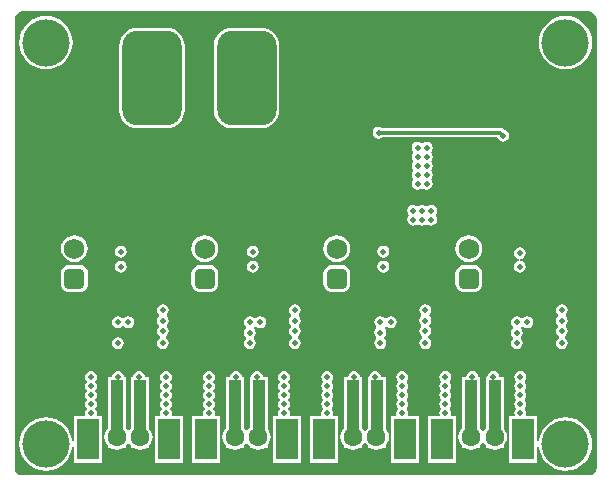
<source format=gbl>
G04 Layer_Physical_Order=2*
G04 Layer_Color=11436288*
%FSAX25Y25*%
%MOIN*%
G70*
G01*
G75*
%ADD25C,0.01181*%
%ADD31C,0.15748*%
G04:AMPARAMS|DCode=32|XSize=196.85mil|YSize=314.96mil|CornerRadius=49.21mil|HoleSize=0mil|Usage=FLASHONLY|Rotation=0.000|XOffset=0mil|YOffset=0mil|HoleType=Round|Shape=RoundedRectangle|*
%AMROUNDEDRECTD32*
21,1,0.19685,0.21654,0,0,0.0*
21,1,0.09843,0.31496,0,0,0.0*
1,1,0.09843,0.04921,-0.10827*
1,1,0.09843,-0.04921,-0.10827*
1,1,0.09843,-0.04921,0.10827*
1,1,0.09843,0.04921,0.10827*
%
%ADD32ROUNDEDRECTD32*%
G04:AMPARAMS|DCode=33|XSize=68.9mil|YSize=68.9mil|CornerRadius=17.22mil|HoleSize=0mil|Usage=FLASHONLY|Rotation=270.000|XOffset=0mil|YOffset=0mil|HoleType=Round|Shape=RoundedRectangle|*
%AMROUNDEDRECTD33*
21,1,0.06890,0.03445,0,0,270.0*
21,1,0.03445,0.06890,0,0,270.0*
1,1,0.03445,-0.01722,-0.01722*
1,1,0.03445,-0.01722,0.01722*
1,1,0.03445,0.01722,0.01722*
1,1,0.03445,0.01722,-0.01722*
%
%ADD33ROUNDEDRECTD33*%
%ADD34C,0.06890*%
%ADD35C,0.06299*%
%ADD36C,0.01969*%
%ADD37R,0.07480X0.13400*%
%ADD38R,0.04000X0.21654*%
G36*
X0294886Y0255892D02*
X0295711Y0255341D01*
X0296262Y0254516D01*
X0296442Y0253609D01*
X0296429Y0253543D01*
Y0103937D01*
X0296442Y0103871D01*
X0296262Y0102964D01*
X0295711Y0102139D01*
X0294886Y0101588D01*
X0293979Y0101408D01*
X0293913Y0101421D01*
X0104937D01*
X0104871Y0101408D01*
X0103964Y0101588D01*
X0103139Y0102139D01*
X0102588Y0102964D01*
X0102408Y0103871D01*
X0102421Y0103937D01*
Y0253543D01*
X0102408Y0253609D01*
X0102588Y0254516D01*
X0103139Y0255341D01*
X0103964Y0255892D01*
X0104871Y0256072D01*
X0104937Y0256059D01*
X0293913D01*
X0293979Y0256072D01*
X0294886Y0255892D01*
D02*
G37*
%LPC*%
G36*
X0195850Y0158523D02*
X0195075Y0158369D01*
X0194419Y0157931D01*
X0193981Y0157274D01*
X0193826Y0156500D01*
X0193981Y0155726D01*
X0194419Y0155069D01*
X0194523Y0155000D01*
Y0154500D01*
X0194419Y0154430D01*
X0193981Y0153774D01*
X0193826Y0153000D01*
X0193981Y0152226D01*
X0194419Y0151569D01*
X0194523Y0151500D01*
Y0151000D01*
X0194419Y0150931D01*
X0193981Y0150274D01*
X0193826Y0149500D01*
X0193981Y0148726D01*
X0194419Y0148069D01*
X0194834Y0147792D01*
Y0147208D01*
X0194419Y0146931D01*
X0193981Y0146274D01*
X0193826Y0145500D01*
X0193981Y0144726D01*
X0194419Y0144069D01*
X0195075Y0143631D01*
X0195850Y0143477D01*
X0196624Y0143631D01*
X0197280Y0144069D01*
X0197719Y0144726D01*
X0197873Y0145500D01*
X0197719Y0146274D01*
X0197280Y0146931D01*
X0196865Y0147208D01*
Y0147792D01*
X0197280Y0148069D01*
X0197719Y0148726D01*
X0197873Y0149500D01*
X0197719Y0150274D01*
X0197280Y0150931D01*
X0197176Y0151000D01*
Y0151500D01*
X0197280Y0151569D01*
X0197719Y0152226D01*
X0197873Y0153000D01*
X0197719Y0153774D01*
X0197280Y0154430D01*
X0197176Y0154500D01*
Y0155000D01*
X0197280Y0155069D01*
X0197719Y0155726D01*
X0197873Y0156500D01*
X0197719Y0157274D01*
X0197280Y0157931D01*
X0196624Y0158369D01*
X0195850Y0158523D01*
D02*
G37*
G36*
X0239350D02*
X0238575Y0158369D01*
X0237919Y0157931D01*
X0237480Y0157274D01*
X0237327Y0156500D01*
X0237480Y0155726D01*
X0237919Y0155069D01*
X0238023Y0155000D01*
Y0154500D01*
X0237919Y0154430D01*
X0237480Y0153774D01*
X0237327Y0153000D01*
X0237480Y0152226D01*
X0237919Y0151569D01*
X0238023Y0151500D01*
Y0151000D01*
X0237919Y0150931D01*
X0237480Y0150274D01*
X0237327Y0149500D01*
X0237480Y0148726D01*
X0237919Y0148069D01*
X0238334Y0147792D01*
Y0147208D01*
X0237919Y0146931D01*
X0237480Y0146274D01*
X0237327Y0145500D01*
X0237480Y0144726D01*
X0237919Y0144069D01*
X0238575Y0143631D01*
X0239350Y0143477D01*
X0240124Y0143631D01*
X0240780Y0144069D01*
X0241219Y0144726D01*
X0241373Y0145500D01*
X0241219Y0146274D01*
X0240780Y0146931D01*
X0240365Y0147208D01*
Y0147792D01*
X0240780Y0148069D01*
X0241219Y0148726D01*
X0241373Y0149500D01*
X0241219Y0150274D01*
X0240780Y0150931D01*
X0240676Y0151000D01*
Y0151500D01*
X0240780Y0151569D01*
X0241219Y0152226D01*
X0241373Y0153000D01*
X0241219Y0153774D01*
X0240780Y0154430D01*
X0240676Y0154500D01*
Y0155000D01*
X0240780Y0155069D01*
X0241219Y0155726D01*
X0241373Y0156500D01*
X0241219Y0157274D01*
X0240780Y0157931D01*
X0240124Y0158369D01*
X0239350Y0158523D01*
D02*
G37*
G36*
X0151850D02*
X0151075Y0158369D01*
X0150419Y0157931D01*
X0149980Y0157274D01*
X0149827Y0156500D01*
X0149980Y0155726D01*
X0150419Y0155069D01*
X0150523Y0155000D01*
Y0154500D01*
X0150419Y0154430D01*
X0149980Y0153774D01*
X0149827Y0153000D01*
X0149980Y0152226D01*
X0150419Y0151569D01*
X0150523Y0151500D01*
Y0151000D01*
X0150419Y0150931D01*
X0149980Y0150274D01*
X0149827Y0149500D01*
X0149980Y0148726D01*
X0150419Y0148069D01*
X0150834Y0147792D01*
Y0147208D01*
X0150419Y0146931D01*
X0149980Y0146274D01*
X0149827Y0145500D01*
X0149980Y0144726D01*
X0150419Y0144069D01*
X0151075Y0143631D01*
X0151850Y0143477D01*
X0152624Y0143631D01*
X0153280Y0144069D01*
X0153719Y0144726D01*
X0153873Y0145500D01*
X0153719Y0146274D01*
X0153280Y0146931D01*
X0152865Y0147208D01*
Y0147792D01*
X0153280Y0148069D01*
X0153719Y0148726D01*
X0153873Y0149500D01*
X0153719Y0150274D01*
X0153280Y0150931D01*
X0153176Y0151000D01*
Y0151500D01*
X0153280Y0151569D01*
X0153719Y0152226D01*
X0153873Y0153000D01*
X0153719Y0153774D01*
X0153280Y0154430D01*
X0153176Y0154500D01*
Y0155000D01*
X0153280Y0155069D01*
X0153719Y0155726D01*
X0153873Y0156500D01*
X0153719Y0157274D01*
X0153280Y0157931D01*
X0152624Y0158369D01*
X0151850Y0158523D01*
D02*
G37*
G36*
X0261980Y0136196D02*
X0261206Y0136042D01*
X0260550Y0135604D01*
X0260111Y0134947D01*
X0259976Y0134268D01*
X0259480D01*
Y0117150D01*
X0259458Y0117133D01*
X0258793Y0116266D01*
X0258730Y0116115D01*
X0258230D01*
X0258168Y0116266D01*
X0257543Y0117080D01*
Y0134268D01*
X0256985D01*
X0256849Y0134947D01*
X0256411Y0135604D01*
X0255754Y0136042D01*
X0254980Y0136196D01*
X0254206Y0136042D01*
X0253550Y0135604D01*
X0253111Y0134947D01*
X0252976Y0134268D01*
X0251543D01*
Y0117080D01*
X0250919Y0116266D01*
X0250500Y0115256D01*
X0250358Y0114173D01*
X0250500Y0113090D01*
X0250919Y0112081D01*
X0251543Y0111266D01*
Y0110614D01*
X0252365D01*
X0252451Y0110548D01*
X0253460Y0110130D01*
X0254543Y0109988D01*
X0255627Y0110130D01*
X0256636Y0110548D01*
X0256721Y0110614D01*
X0257543D01*
Y0111266D01*
X0258168Y0112081D01*
X0258230Y0112231D01*
X0258730D01*
X0258793Y0112081D01*
X0259458Y0111214D01*
X0259480Y0111196D01*
Y0110614D01*
X0260239D01*
X0260325Y0110548D01*
X0261334Y0110130D01*
X0262417Y0109988D01*
X0263500Y0110130D01*
X0264510Y0110548D01*
X0264596Y0110614D01*
X0265480D01*
Y0111348D01*
X0266042Y0112081D01*
X0266460Y0113090D01*
X0266603Y0114173D01*
X0266460Y0115256D01*
X0266042Y0116266D01*
X0265480Y0116998D01*
Y0134268D01*
X0263985D01*
X0263849Y0134947D01*
X0263411Y0135604D01*
X0262755Y0136042D01*
X0261980Y0136196D01*
D02*
G37*
G36*
X0136850Y0147523D02*
X0136075Y0147369D01*
X0135419Y0146931D01*
X0134980Y0146274D01*
X0134827Y0145500D01*
X0134980Y0144726D01*
X0135419Y0144069D01*
X0136075Y0143631D01*
X0136850Y0143477D01*
X0137624Y0143631D01*
X0138280Y0144069D01*
X0138719Y0144726D01*
X0138873Y0145500D01*
X0138719Y0146274D01*
X0138280Y0146931D01*
X0137624Y0147369D01*
X0136850Y0147523D01*
D02*
G37*
G36*
X0227850Y0154523D02*
X0227075Y0154369D01*
X0226419Y0153930D01*
X0226350Y0153827D01*
X0225850D01*
X0225780Y0153930D01*
X0225124Y0154369D01*
X0224350Y0154523D01*
X0223575Y0154369D01*
X0222919Y0153930D01*
X0222481Y0153274D01*
X0222326Y0152500D01*
X0222481Y0151726D01*
X0222919Y0151069D01*
X0223023Y0151000D01*
Y0150500D01*
X0222919Y0150431D01*
X0222481Y0149774D01*
X0222326Y0149000D01*
X0222481Y0148226D01*
X0222919Y0147569D01*
X0223023Y0147500D01*
Y0147000D01*
X0222919Y0146931D01*
X0222481Y0146274D01*
X0222326Y0145500D01*
X0222481Y0144726D01*
X0222919Y0144069D01*
X0223575Y0143631D01*
X0224350Y0143477D01*
X0225124Y0143631D01*
X0225780Y0144069D01*
X0226219Y0144726D01*
X0226373Y0145500D01*
X0226219Y0146274D01*
X0225780Y0146931D01*
X0225676Y0147000D01*
Y0147500D01*
X0225780Y0147569D01*
X0226219Y0148226D01*
X0226373Y0149000D01*
X0226219Y0149774D01*
X0225780Y0150431D01*
X0225865Y0150934D01*
X0225916Y0150985D01*
X0226419Y0151069D01*
X0227075Y0150631D01*
X0227850Y0150477D01*
X0228624Y0150631D01*
X0229280Y0151069D01*
X0229719Y0151726D01*
X0229873Y0152500D01*
X0229719Y0153274D01*
X0229280Y0153930D01*
X0228624Y0154369D01*
X0227850Y0154523D01*
D02*
G37*
G36*
X0273350D02*
X0272575Y0154369D01*
X0271919Y0153930D01*
X0271850Y0153827D01*
X0271350D01*
X0271280Y0153930D01*
X0270624Y0154369D01*
X0269850Y0154523D01*
X0269075Y0154369D01*
X0268419Y0153930D01*
X0267981Y0153274D01*
X0267827Y0152500D01*
X0267981Y0151726D01*
X0268419Y0151069D01*
X0268523Y0151000D01*
Y0150500D01*
X0268419Y0150431D01*
X0267981Y0149774D01*
X0267827Y0149000D01*
X0267981Y0148226D01*
X0268419Y0147569D01*
X0268523Y0147500D01*
Y0147000D01*
X0268419Y0146931D01*
X0267981Y0146274D01*
X0267827Y0145500D01*
X0267981Y0144726D01*
X0268419Y0144069D01*
X0269075Y0143631D01*
X0269850Y0143477D01*
X0270624Y0143631D01*
X0271280Y0144069D01*
X0271719Y0144726D01*
X0271873Y0145500D01*
X0271719Y0146274D01*
X0271280Y0146931D01*
X0271176Y0147000D01*
Y0147500D01*
X0271280Y0147569D01*
X0271719Y0148226D01*
X0271873Y0149000D01*
X0271719Y0149774D01*
X0271280Y0150431D01*
X0271365Y0150934D01*
X0271416Y0150985D01*
X0271919Y0151069D01*
X0272575Y0150631D01*
X0273350Y0150477D01*
X0274124Y0150631D01*
X0274780Y0151069D01*
X0275219Y0151726D01*
X0275373Y0152500D01*
X0275219Y0153274D01*
X0274780Y0153930D01*
X0274124Y0154369D01*
X0273350Y0154523D01*
D02*
G37*
G36*
X0184350D02*
X0183575Y0154369D01*
X0182919Y0153930D01*
X0182850Y0153827D01*
X0182350D01*
X0182280Y0153930D01*
X0181624Y0154369D01*
X0180850Y0154523D01*
X0180075Y0154369D01*
X0179419Y0153930D01*
X0178981Y0153274D01*
X0178826Y0152500D01*
X0178981Y0151726D01*
X0179419Y0151069D01*
X0179523Y0151000D01*
Y0150500D01*
X0179419Y0150431D01*
X0178981Y0149774D01*
X0178826Y0149000D01*
X0178981Y0148226D01*
X0179419Y0147569D01*
X0179523Y0147500D01*
Y0147000D01*
X0179419Y0146931D01*
X0178981Y0146274D01*
X0178826Y0145500D01*
X0178981Y0144726D01*
X0179419Y0144069D01*
X0180075Y0143631D01*
X0180850Y0143477D01*
X0181624Y0143631D01*
X0182280Y0144069D01*
X0182719Y0144726D01*
X0182873Y0145500D01*
X0182719Y0146274D01*
X0182280Y0146931D01*
X0182176Y0147000D01*
Y0147500D01*
X0182280Y0147569D01*
X0182719Y0148226D01*
X0182873Y0149000D01*
X0182719Y0149774D01*
X0182280Y0150431D01*
X0182365Y0150934D01*
X0182416Y0150985D01*
X0182919Y0151069D01*
X0183575Y0150631D01*
X0184350Y0150477D01*
X0185124Y0150631D01*
X0185780Y0151069D01*
X0186219Y0151726D01*
X0186373Y0152500D01*
X0186219Y0153274D01*
X0185780Y0153930D01*
X0185124Y0154369D01*
X0184350Y0154523D01*
D02*
G37*
G36*
X0284850Y0158523D02*
X0284075Y0158369D01*
X0283419Y0157931D01*
X0282980Y0157274D01*
X0282826Y0156500D01*
X0282980Y0155726D01*
X0283419Y0155069D01*
X0283523Y0155000D01*
Y0154500D01*
X0283419Y0154430D01*
X0282980Y0153774D01*
X0282826Y0153000D01*
X0282980Y0152226D01*
X0283419Y0151569D01*
X0283523Y0151500D01*
Y0151000D01*
X0283419Y0150931D01*
X0282980Y0150274D01*
X0282826Y0149500D01*
X0282980Y0148726D01*
X0283419Y0148069D01*
X0283834Y0147792D01*
Y0147208D01*
X0283419Y0146931D01*
X0282980Y0146274D01*
X0282826Y0145500D01*
X0282980Y0144726D01*
X0283419Y0144069D01*
X0284075Y0143631D01*
X0284850Y0143477D01*
X0285624Y0143631D01*
X0286280Y0144069D01*
X0286719Y0144726D01*
X0286873Y0145500D01*
X0286719Y0146274D01*
X0286280Y0146931D01*
X0285865Y0147208D01*
Y0147792D01*
X0286280Y0148069D01*
X0286719Y0148726D01*
X0286873Y0149500D01*
X0286719Y0150274D01*
X0286280Y0150931D01*
X0286176Y0151000D01*
Y0151500D01*
X0286280Y0151569D01*
X0286719Y0152226D01*
X0286873Y0153000D01*
X0286719Y0153774D01*
X0286280Y0154430D01*
X0286176Y0154500D01*
Y0155000D01*
X0286280Y0155069D01*
X0286719Y0155726D01*
X0286873Y0156500D01*
X0286719Y0157274D01*
X0286280Y0157931D01*
X0285624Y0158369D01*
X0284850Y0158523D01*
D02*
G37*
G36*
X0140350Y0154523D02*
X0139575Y0154369D01*
X0138919Y0153930D01*
X0138850Y0153827D01*
X0138350D01*
X0138280Y0153930D01*
X0137624Y0154369D01*
X0136850Y0154523D01*
X0136075Y0154369D01*
X0135419Y0153930D01*
X0134980Y0153274D01*
X0134827Y0152500D01*
X0134980Y0151726D01*
X0135419Y0151069D01*
X0136075Y0150631D01*
X0136850Y0150477D01*
X0137624Y0150631D01*
X0138280Y0151069D01*
X0138350Y0151173D01*
X0138850D01*
X0138919Y0151069D01*
X0139575Y0150631D01*
X0140350Y0150477D01*
X0141124Y0150631D01*
X0141780Y0151069D01*
X0142219Y0151726D01*
X0142373Y0152500D01*
X0142219Y0153274D01*
X0141780Y0153930D01*
X0141124Y0154369D01*
X0140350Y0154523D01*
D02*
G37*
G36*
X0222610Y0136196D02*
X0221836Y0136042D01*
X0221180Y0135604D01*
X0220741Y0134947D01*
X0220606Y0134268D01*
X0220110D01*
Y0117150D01*
X0220088Y0117133D01*
X0219423Y0116266D01*
X0219360Y0116115D01*
X0218860D01*
X0218798Y0116266D01*
X0218173Y0117080D01*
Y0134268D01*
X0217615D01*
X0217479Y0134947D01*
X0217041Y0135604D01*
X0216384Y0136042D01*
X0215610Y0136196D01*
X0214836Y0136042D01*
X0214180Y0135604D01*
X0213741Y0134947D01*
X0213606Y0134268D01*
X0212173D01*
Y0117080D01*
X0211548Y0116266D01*
X0211130Y0115256D01*
X0210988Y0114173D01*
X0211130Y0113090D01*
X0211548Y0112081D01*
X0212173Y0111266D01*
Y0110614D01*
X0212995D01*
X0213081Y0110548D01*
X0214090Y0110130D01*
X0215173Y0109988D01*
X0216256Y0110130D01*
X0217266Y0110548D01*
X0217351Y0110614D01*
X0218173D01*
Y0111266D01*
X0218798Y0112081D01*
X0218860Y0112231D01*
X0219360D01*
X0219423Y0112081D01*
X0220088Y0111214D01*
X0220110Y0111196D01*
Y0110614D01*
X0220869D01*
X0220954Y0110548D01*
X0221964Y0110130D01*
X0223047Y0109988D01*
X0224131Y0110130D01*
X0225140Y0110548D01*
X0225225Y0110614D01*
X0226110D01*
Y0111348D01*
X0226672Y0112081D01*
X0227090Y0113090D01*
X0227233Y0114173D01*
X0227090Y0115256D01*
X0226672Y0116266D01*
X0226110Y0116998D01*
Y0134268D01*
X0224615D01*
X0224479Y0134947D01*
X0224041Y0135604D01*
X0223384Y0136042D01*
X0222610Y0136196D01*
D02*
G37*
G36*
X0192240D02*
X0191466Y0136042D01*
X0190810Y0135604D01*
X0190371Y0134947D01*
X0190217Y0134173D01*
X0190371Y0133399D01*
X0190596Y0133062D01*
X0190777Y0132673D01*
X0190596Y0132284D01*
X0190371Y0131947D01*
X0190217Y0131173D01*
X0190371Y0130399D01*
X0190596Y0130062D01*
X0190777Y0129673D01*
X0190596Y0129284D01*
X0190371Y0128947D01*
X0190217Y0128173D01*
X0190371Y0127399D01*
X0190596Y0127062D01*
X0190777Y0126673D01*
X0190596Y0126284D01*
X0190371Y0125947D01*
X0190217Y0125173D01*
X0190371Y0124399D01*
X0190596Y0124062D01*
X0190777Y0123673D01*
X0190596Y0123284D01*
X0190371Y0122947D01*
X0190217Y0122173D01*
X0190336Y0121574D01*
X0190033Y0121074D01*
X0188500D01*
Y0105674D01*
X0197980D01*
Y0121074D01*
X0194448D01*
X0194144Y0121574D01*
X0194263Y0122173D01*
X0194109Y0122947D01*
X0193884Y0123284D01*
X0193703Y0123673D01*
X0193884Y0124062D01*
X0194109Y0124399D01*
X0194263Y0125173D01*
X0194109Y0125947D01*
X0193884Y0126284D01*
X0193703Y0126673D01*
X0193884Y0127062D01*
X0194109Y0127399D01*
X0194263Y0128173D01*
X0194109Y0128947D01*
X0193884Y0129284D01*
X0193703Y0129673D01*
X0193884Y0130062D01*
X0194109Y0130399D01*
X0194263Y0131173D01*
X0194109Y0131947D01*
X0193884Y0132284D01*
X0193703Y0132673D01*
X0193884Y0133062D01*
X0194109Y0133399D01*
X0194263Y0134173D01*
X0194109Y0134947D01*
X0193671Y0135604D01*
X0193014Y0136042D01*
X0192240Y0136196D01*
D02*
G37*
G36*
X0206610D02*
X0205836Y0136042D01*
X0205180Y0135604D01*
X0204741Y0134947D01*
X0204587Y0134173D01*
X0204741Y0133399D01*
X0204966Y0133062D01*
X0205147Y0132673D01*
X0204966Y0132284D01*
X0204741Y0131947D01*
X0204587Y0131173D01*
X0204741Y0130399D01*
X0204966Y0130062D01*
X0205147Y0129673D01*
X0204966Y0129284D01*
X0204741Y0128947D01*
X0204587Y0128173D01*
X0204741Y0127399D01*
X0204966Y0127062D01*
X0205147Y0126673D01*
X0204966Y0126284D01*
X0204741Y0125947D01*
X0204587Y0125173D01*
X0204741Y0124399D01*
X0204966Y0124062D01*
X0205147Y0123673D01*
X0204966Y0123284D01*
X0204741Y0122947D01*
X0204587Y0122173D01*
X0204706Y0121574D01*
X0204403Y0121074D01*
X0200870D01*
Y0105674D01*
X0210350D01*
Y0121074D01*
X0208818D01*
X0208514Y0121574D01*
X0208633Y0122173D01*
X0208479Y0122947D01*
X0208254Y0123284D01*
X0208073Y0123673D01*
X0208254Y0124062D01*
X0208479Y0124399D01*
X0208633Y0125173D01*
X0208479Y0125947D01*
X0208254Y0126284D01*
X0208073Y0126673D01*
X0208254Y0127062D01*
X0208479Y0127399D01*
X0208633Y0128173D01*
X0208479Y0128947D01*
X0208254Y0129284D01*
X0208073Y0129673D01*
X0208254Y0130062D01*
X0208479Y0130399D01*
X0208633Y0131173D01*
X0208479Y0131947D01*
X0208254Y0132284D01*
X0208073Y0132673D01*
X0208254Y0133062D01*
X0208479Y0133399D01*
X0208633Y0134173D01*
X0208479Y0134947D01*
X0208041Y0135604D01*
X0207384Y0136042D01*
X0206610Y0136196D01*
D02*
G37*
G36*
X0167240D02*
X0166466Y0136042D01*
X0165810Y0135604D01*
X0165371Y0134947D01*
X0165217Y0134173D01*
X0165371Y0133399D01*
X0165596Y0133062D01*
X0165777Y0132673D01*
X0165596Y0132284D01*
X0165371Y0131947D01*
X0165217Y0131173D01*
X0165371Y0130399D01*
X0165596Y0130062D01*
X0165777Y0129673D01*
X0165596Y0129284D01*
X0165371Y0128947D01*
X0165217Y0128173D01*
X0165371Y0127399D01*
X0165596Y0127062D01*
X0165777Y0126673D01*
X0165596Y0126284D01*
X0165371Y0125947D01*
X0165217Y0125173D01*
X0165371Y0124399D01*
X0165596Y0124062D01*
X0165777Y0123673D01*
X0165596Y0123284D01*
X0165371Y0122947D01*
X0165217Y0122173D01*
X0165336Y0121574D01*
X0165033Y0121074D01*
X0161500D01*
Y0105674D01*
X0170980D01*
Y0121074D01*
X0169448D01*
X0169144Y0121574D01*
X0169263Y0122173D01*
X0169109Y0122947D01*
X0168884Y0123284D01*
X0168703Y0123673D01*
X0168884Y0124062D01*
X0169109Y0124399D01*
X0169263Y0125173D01*
X0169109Y0125947D01*
X0168884Y0126284D01*
X0168703Y0126673D01*
X0168884Y0127062D01*
X0169109Y0127399D01*
X0169263Y0128173D01*
X0169109Y0128947D01*
X0168884Y0129284D01*
X0168703Y0129673D01*
X0168884Y0130062D01*
X0169109Y0130399D01*
X0169263Y0131173D01*
X0169109Y0131947D01*
X0168884Y0132284D01*
X0168703Y0132673D01*
X0168884Y0133062D01*
X0169109Y0133399D01*
X0169263Y0134173D01*
X0169109Y0134947D01*
X0168671Y0135604D01*
X0168014Y0136042D01*
X0167240Y0136196D01*
D02*
G37*
G36*
X0270980D02*
X0270206Y0136042D01*
X0269550Y0135604D01*
X0269111Y0134947D01*
X0268957Y0134173D01*
X0269111Y0133399D01*
X0269336Y0133062D01*
X0269517Y0132673D01*
X0269336Y0132284D01*
X0269111Y0131947D01*
X0268957Y0131173D01*
X0269111Y0130399D01*
X0269336Y0130062D01*
X0269517Y0129673D01*
X0269336Y0129284D01*
X0269111Y0128947D01*
X0268957Y0128173D01*
X0269111Y0127399D01*
X0269336Y0127062D01*
X0269517Y0126673D01*
X0269336Y0126284D01*
X0269111Y0125947D01*
X0268957Y0125173D01*
X0269111Y0124399D01*
X0269336Y0124062D01*
X0269517Y0123673D01*
X0269336Y0123284D01*
X0269111Y0122947D01*
X0268957Y0122173D01*
X0269076Y0121574D01*
X0268773Y0121074D01*
X0267240D01*
Y0105674D01*
X0276720D01*
Y0110791D01*
X0277220Y0110816D01*
X0277294Y0110071D01*
X0277801Y0108399D01*
X0278625Y0106857D01*
X0279734Y0105506D01*
X0281085Y0104397D01*
X0282627Y0103573D01*
X0284300Y0103065D01*
X0286039Y0102894D01*
X0287779Y0103065D01*
X0289452Y0103573D01*
X0290993Y0104397D01*
X0292345Y0105506D01*
X0293454Y0106857D01*
X0294278Y0108399D01*
X0294785Y0110071D01*
X0294956Y0111811D01*
X0294785Y0113551D01*
X0294278Y0115223D01*
X0293454Y0116765D01*
X0292345Y0118116D01*
X0290993Y0119225D01*
X0289452Y0120049D01*
X0287779Y0120557D01*
X0286039Y0120728D01*
X0284300Y0120557D01*
X0282627Y0120049D01*
X0281085Y0119225D01*
X0279734Y0118116D01*
X0278625Y0116765D01*
X0277801Y0115223D01*
X0277294Y0113551D01*
X0277220Y0112806D01*
X0276720Y0112831D01*
Y0121074D01*
X0273188D01*
X0272884Y0121574D01*
X0273003Y0122173D01*
X0272849Y0122947D01*
X0272624Y0123284D01*
X0272443Y0123673D01*
X0272624Y0124062D01*
X0272849Y0124399D01*
X0273003Y0125173D01*
X0272849Y0125947D01*
X0272624Y0126284D01*
X0272443Y0126673D01*
X0272624Y0127062D01*
X0272849Y0127399D01*
X0273003Y0128173D01*
X0272849Y0128947D01*
X0272624Y0129284D01*
X0272443Y0129673D01*
X0272624Y0130062D01*
X0272849Y0130399D01*
X0273003Y0131173D01*
X0272849Y0131947D01*
X0272624Y0132284D01*
X0272443Y0132673D01*
X0272624Y0133062D01*
X0272849Y0133399D01*
X0273003Y0134173D01*
X0272849Y0134947D01*
X0272411Y0135604D01*
X0271755Y0136042D01*
X0270980Y0136196D01*
D02*
G37*
G36*
X0152870D02*
X0152096Y0136042D01*
X0151439Y0135604D01*
X0151001Y0134947D01*
X0150847Y0134173D01*
X0151001Y0133399D01*
X0151226Y0133062D01*
X0151407Y0132673D01*
X0151226Y0132284D01*
X0151001Y0131947D01*
X0150847Y0131173D01*
X0151001Y0130399D01*
X0151226Y0130062D01*
X0151407Y0129673D01*
X0151226Y0129284D01*
X0151001Y0128947D01*
X0150847Y0128173D01*
X0151001Y0127399D01*
X0151226Y0127062D01*
X0151407Y0126673D01*
X0151226Y0126284D01*
X0151001Y0125947D01*
X0150847Y0125173D01*
X0151001Y0124399D01*
X0151226Y0124062D01*
X0151407Y0123673D01*
X0151226Y0123284D01*
X0151001Y0122947D01*
X0150847Y0122173D01*
X0150966Y0121574D01*
X0150663Y0121074D01*
X0149130D01*
Y0105674D01*
X0158610D01*
Y0121074D01*
X0155078D01*
X0154774Y0121574D01*
X0154893Y0122173D01*
X0154739Y0122947D01*
X0154514Y0123284D01*
X0154333Y0123673D01*
X0154514Y0124062D01*
X0154739Y0124399D01*
X0154893Y0125173D01*
X0154739Y0125947D01*
X0154514Y0126284D01*
X0154333Y0126673D01*
X0154514Y0127062D01*
X0154739Y0127399D01*
X0154893Y0128173D01*
X0154739Y0128947D01*
X0154514Y0129284D01*
X0154333Y0129673D01*
X0154514Y0130062D01*
X0154739Y0130399D01*
X0154893Y0131173D01*
X0154739Y0131947D01*
X0154514Y0132284D01*
X0154333Y0132673D01*
X0154514Y0133062D01*
X0154739Y0133399D01*
X0154893Y0134173D01*
X0154739Y0134947D01*
X0154301Y0135604D01*
X0153644Y0136042D01*
X0152870Y0136196D01*
D02*
G37*
G36*
X0143870D02*
X0143096Y0136042D01*
X0142439Y0135604D01*
X0142001Y0134947D01*
X0141866Y0134268D01*
X0141370D01*
Y0117150D01*
X0141348Y0117133D01*
X0140682Y0116266D01*
X0140620Y0116115D01*
X0140120D01*
X0140058Y0116266D01*
X0139433Y0117080D01*
Y0134268D01*
X0138874D01*
X0138739Y0134947D01*
X0138301Y0135604D01*
X0137644Y0136042D01*
X0136870Y0136196D01*
X0136096Y0136042D01*
X0135440Y0135604D01*
X0135001Y0134947D01*
X0134866Y0134268D01*
X0133433D01*
Y0117080D01*
X0132808Y0116266D01*
X0132390Y0115256D01*
X0132248Y0114173D01*
X0132390Y0113090D01*
X0132808Y0112081D01*
X0133433Y0111266D01*
Y0110614D01*
X0134255D01*
X0134340Y0110548D01*
X0135350Y0110130D01*
X0136433Y0109988D01*
X0137516Y0110130D01*
X0138526Y0110548D01*
X0138611Y0110614D01*
X0139433D01*
Y0111266D01*
X0140058Y0112081D01*
X0140120Y0112231D01*
X0140620D01*
X0140682Y0112081D01*
X0141348Y0111214D01*
X0141370Y0111196D01*
Y0110614D01*
X0142129D01*
X0142214Y0110548D01*
X0143224Y0110130D01*
X0144307Y0109988D01*
X0145390Y0110130D01*
X0146400Y0110548D01*
X0146485Y0110614D01*
X0147370D01*
Y0111348D01*
X0147932Y0112081D01*
X0148350Y0113090D01*
X0148493Y0114173D01*
X0148350Y0115256D01*
X0147932Y0116266D01*
X0147370Y0116998D01*
Y0134268D01*
X0145874D01*
X0145739Y0134947D01*
X0145301Y0135604D01*
X0144644Y0136042D01*
X0143870Y0136196D01*
D02*
G37*
G36*
X0183240D02*
X0182466Y0136042D01*
X0181810Y0135604D01*
X0181371Y0134947D01*
X0181236Y0134268D01*
X0180740D01*
Y0117150D01*
X0180718Y0117133D01*
X0180052Y0116266D01*
X0179990Y0116115D01*
X0179490D01*
X0179428Y0116266D01*
X0178803Y0117080D01*
Y0134268D01*
X0178244D01*
X0178109Y0134947D01*
X0177671Y0135604D01*
X0177014Y0136042D01*
X0176240Y0136196D01*
X0175466Y0136042D01*
X0174810Y0135604D01*
X0174371Y0134947D01*
X0174236Y0134268D01*
X0172803D01*
Y0117080D01*
X0172178Y0116266D01*
X0171760Y0115256D01*
X0171618Y0114173D01*
X0171760Y0113090D01*
X0172178Y0112081D01*
X0172803Y0111266D01*
Y0110614D01*
X0173625D01*
X0173710Y0110548D01*
X0174720Y0110130D01*
X0175803Y0109988D01*
X0176886Y0110130D01*
X0177896Y0110548D01*
X0177981Y0110614D01*
X0178803D01*
Y0111266D01*
X0179428Y0112081D01*
X0179490Y0112231D01*
X0179990D01*
X0180052Y0112081D01*
X0180718Y0111214D01*
X0180740Y0111196D01*
Y0110614D01*
X0181499D01*
X0181584Y0110548D01*
X0182594Y0110130D01*
X0183677Y0109988D01*
X0184760Y0110130D01*
X0185770Y0110548D01*
X0185855Y0110614D01*
X0186740D01*
Y0111348D01*
X0187302Y0112081D01*
X0187720Y0113090D01*
X0187863Y0114173D01*
X0187720Y0115256D01*
X0187302Y0116266D01*
X0186740Y0116998D01*
Y0134268D01*
X0185244D01*
X0185109Y0134947D01*
X0184671Y0135604D01*
X0184014Y0136042D01*
X0183240Y0136196D01*
D02*
G37*
G36*
X0127870D02*
X0127096Y0136042D01*
X0126439Y0135604D01*
X0126001Y0134947D01*
X0125847Y0134173D01*
X0126001Y0133399D01*
X0126226Y0133062D01*
X0126407Y0132673D01*
X0126226Y0132284D01*
X0126001Y0131947D01*
X0125847Y0131173D01*
X0126001Y0130399D01*
X0126226Y0130062D01*
X0126407Y0129673D01*
X0126226Y0129284D01*
X0126001Y0128947D01*
X0125847Y0128173D01*
X0126001Y0127399D01*
X0126226Y0127062D01*
X0126407Y0126673D01*
X0126226Y0126284D01*
X0126001Y0125947D01*
X0125847Y0125173D01*
X0126001Y0124399D01*
X0126226Y0124062D01*
X0126407Y0123673D01*
X0126226Y0123284D01*
X0126001Y0122947D01*
X0125847Y0122173D01*
X0125966Y0121574D01*
X0125663Y0121074D01*
X0122130D01*
Y0112831D01*
X0121630Y0112806D01*
X0121557Y0113551D01*
X0121049Y0115223D01*
X0120225Y0116765D01*
X0119116Y0118116D01*
X0117765Y0119225D01*
X0116223Y0120049D01*
X0114551Y0120557D01*
X0112811Y0120728D01*
X0111071Y0120557D01*
X0109399Y0120049D01*
X0107857Y0119225D01*
X0106506Y0118116D01*
X0105397Y0116765D01*
X0104573Y0115223D01*
X0104065Y0113551D01*
X0103894Y0111811D01*
X0104065Y0110071D01*
X0104573Y0108399D01*
X0105397Y0106857D01*
X0106506Y0105506D01*
X0107857Y0104397D01*
X0109399Y0103573D01*
X0111071Y0103065D01*
X0112811Y0102894D01*
X0114551Y0103065D01*
X0116223Y0103573D01*
X0117765Y0104397D01*
X0119116Y0105506D01*
X0120225Y0106857D01*
X0121049Y0108399D01*
X0121557Y0110071D01*
X0121630Y0110816D01*
X0122130Y0110791D01*
Y0105674D01*
X0131610D01*
Y0121074D01*
X0130078D01*
X0129774Y0121574D01*
X0129893Y0122173D01*
X0129739Y0122947D01*
X0129514Y0123284D01*
X0129333Y0123673D01*
X0129514Y0124062D01*
X0129739Y0124399D01*
X0129893Y0125173D01*
X0129739Y0125947D01*
X0129514Y0126284D01*
X0129333Y0126673D01*
X0129514Y0127062D01*
X0129739Y0127399D01*
X0129893Y0128173D01*
X0129739Y0128947D01*
X0129514Y0129284D01*
X0129333Y0129673D01*
X0129514Y0130062D01*
X0129739Y0130399D01*
X0129893Y0131173D01*
X0129739Y0131947D01*
X0129514Y0132284D01*
X0129333Y0132673D01*
X0129514Y0133062D01*
X0129739Y0133399D01*
X0129893Y0134173D01*
X0129739Y0134947D01*
X0129301Y0135604D01*
X0128644Y0136042D01*
X0127870Y0136196D01*
D02*
G37*
G36*
X0231610D02*
X0230836Y0136042D01*
X0230180Y0135604D01*
X0229741Y0134947D01*
X0229587Y0134173D01*
X0229741Y0133399D01*
X0229966Y0133062D01*
X0230147Y0132673D01*
X0229966Y0132284D01*
X0229741Y0131947D01*
X0229587Y0131173D01*
X0229741Y0130399D01*
X0229966Y0130062D01*
X0230147Y0129673D01*
X0229966Y0129284D01*
X0229741Y0128947D01*
X0229587Y0128173D01*
X0229741Y0127399D01*
X0229966Y0127062D01*
X0230147Y0126673D01*
X0229966Y0126284D01*
X0229741Y0125947D01*
X0229587Y0125173D01*
X0229741Y0124399D01*
X0229966Y0124062D01*
X0230147Y0123673D01*
X0229966Y0123284D01*
X0229741Y0122947D01*
X0229587Y0122173D01*
X0229706Y0121574D01*
X0229403Y0121074D01*
X0227870D01*
Y0105674D01*
X0237350D01*
Y0121074D01*
X0233818D01*
X0233514Y0121574D01*
X0233633Y0122173D01*
X0233479Y0122947D01*
X0233254Y0123284D01*
X0233073Y0123673D01*
X0233254Y0124062D01*
X0233479Y0124399D01*
X0233633Y0125173D01*
X0233479Y0125947D01*
X0233254Y0126284D01*
X0233073Y0126673D01*
X0233254Y0127062D01*
X0233479Y0127399D01*
X0233633Y0128173D01*
X0233479Y0128947D01*
X0233254Y0129284D01*
X0233073Y0129673D01*
X0233254Y0130062D01*
X0233479Y0130399D01*
X0233633Y0131173D01*
X0233479Y0131947D01*
X0233254Y0132284D01*
X0233073Y0132673D01*
X0233254Y0133062D01*
X0233479Y0133399D01*
X0233633Y0134173D01*
X0233479Y0134947D01*
X0233041Y0135604D01*
X0232384Y0136042D01*
X0231610Y0136196D01*
D02*
G37*
G36*
X0245980D02*
X0245206Y0136042D01*
X0244550Y0135604D01*
X0244111Y0134947D01*
X0243957Y0134173D01*
X0244111Y0133399D01*
X0244336Y0133062D01*
X0244517Y0132673D01*
X0244336Y0132284D01*
X0244111Y0131947D01*
X0243957Y0131173D01*
X0244111Y0130399D01*
X0244336Y0130062D01*
X0244517Y0129673D01*
X0244336Y0129284D01*
X0244111Y0128947D01*
X0243957Y0128173D01*
X0244111Y0127399D01*
X0244336Y0127062D01*
X0244517Y0126673D01*
X0244336Y0126284D01*
X0244111Y0125947D01*
X0243957Y0125173D01*
X0244111Y0124399D01*
X0244336Y0124062D01*
X0244517Y0123673D01*
X0244336Y0123284D01*
X0244111Y0122947D01*
X0243957Y0122173D01*
X0244076Y0121574D01*
X0243773Y0121074D01*
X0240240D01*
Y0105674D01*
X0249720D01*
Y0121074D01*
X0248188D01*
X0247884Y0121574D01*
X0248003Y0122173D01*
X0247849Y0122947D01*
X0247624Y0123284D01*
X0247443Y0123673D01*
X0247624Y0124062D01*
X0247849Y0124399D01*
X0248003Y0125173D01*
X0247849Y0125947D01*
X0247624Y0126284D01*
X0247443Y0126673D01*
X0247624Y0127062D01*
X0247849Y0127399D01*
X0248003Y0128173D01*
X0247849Y0128947D01*
X0247624Y0129284D01*
X0247443Y0129673D01*
X0247624Y0130062D01*
X0247849Y0130399D01*
X0248003Y0131173D01*
X0247849Y0131947D01*
X0247624Y0132284D01*
X0247443Y0132673D01*
X0247624Y0133062D01*
X0247849Y0133399D01*
X0248003Y0134173D01*
X0247849Y0134947D01*
X0247411Y0135604D01*
X0246755Y0136042D01*
X0245980Y0136196D01*
D02*
G37*
G36*
X0167572Y0171468D02*
X0164127D01*
X0163417Y0171375D01*
X0162754Y0171100D01*
X0162186Y0170664D01*
X0161749Y0170095D01*
X0161475Y0169433D01*
X0161381Y0168722D01*
Y0165278D01*
X0161475Y0164567D01*
X0161749Y0163905D01*
X0162186Y0163336D01*
X0162754Y0162899D01*
X0163417Y0162625D01*
X0164127Y0162532D01*
X0167572D01*
X0168283Y0162625D01*
X0168945Y0162899D01*
X0169514Y0163336D01*
X0169950Y0163905D01*
X0170224Y0164567D01*
X0170318Y0165278D01*
Y0168722D01*
X0170224Y0169433D01*
X0169950Y0170095D01*
X0169514Y0170664D01*
X0168945Y0171100D01*
X0168283Y0171375D01*
X0167572Y0171468D01*
D02*
G37*
G36*
X0241268Y0191688D02*
X0240493Y0191534D01*
X0240157Y0191309D01*
X0239768Y0191128D01*
X0239378Y0191309D01*
X0239042Y0191534D01*
X0238268Y0191688D01*
X0237493Y0191534D01*
X0237157Y0191309D01*
X0236768Y0191128D01*
X0236379Y0191309D01*
X0236042Y0191534D01*
X0235268Y0191688D01*
X0234493Y0191534D01*
X0233837Y0191096D01*
X0233399Y0190439D01*
X0233245Y0189665D01*
X0233399Y0188891D01*
X0233624Y0188555D01*
X0233805Y0188165D01*
X0233624Y0187776D01*
X0233399Y0187440D01*
X0233245Y0186665D01*
X0233399Y0185891D01*
X0233837Y0185235D01*
X0234493Y0184796D01*
X0235268Y0184642D01*
X0236042Y0184796D01*
X0236379Y0185021D01*
X0236768Y0185202D01*
X0237157Y0185021D01*
X0237493Y0184796D01*
X0238268Y0184642D01*
X0239042Y0184796D01*
X0239378Y0185021D01*
X0239768Y0185202D01*
X0240157Y0185021D01*
X0240493Y0184796D01*
X0241268Y0184642D01*
X0242042Y0184796D01*
X0242698Y0185235D01*
X0243137Y0185891D01*
X0243291Y0186665D01*
X0243137Y0187440D01*
X0242912Y0187776D01*
X0242731Y0188165D01*
X0242912Y0188555D01*
X0243137Y0188891D01*
X0243291Y0189665D01*
X0243137Y0190439D01*
X0242698Y0191096D01*
X0242042Y0191534D01*
X0241268Y0191688D01*
D02*
G37*
G36*
X0239768Y0212688D02*
X0238994Y0212534D01*
X0238657Y0212310D01*
X0238268Y0212128D01*
X0237878Y0212310D01*
X0237542Y0212534D01*
X0236768Y0212688D01*
X0235994Y0212534D01*
X0235337Y0212096D01*
X0234899Y0211439D01*
X0234745Y0210665D01*
X0234899Y0209891D01*
X0235123Y0209555D01*
X0235305Y0209165D01*
X0235123Y0208776D01*
X0234899Y0208439D01*
X0234745Y0207665D01*
X0234899Y0206891D01*
X0235123Y0206555D01*
X0235305Y0206165D01*
X0235123Y0205776D01*
X0234899Y0205439D01*
X0234745Y0204665D01*
X0234899Y0203891D01*
X0235123Y0203555D01*
X0235305Y0203165D01*
X0235123Y0202776D01*
X0234899Y0202439D01*
X0234745Y0201665D01*
X0234899Y0200891D01*
X0235123Y0200554D01*
X0235305Y0200165D01*
X0235123Y0199776D01*
X0234899Y0199440D01*
X0234745Y0198665D01*
X0234899Y0197891D01*
X0235337Y0197235D01*
X0235994Y0196796D01*
X0236768Y0196642D01*
X0237542Y0196796D01*
X0237878Y0197021D01*
X0238268Y0197202D01*
X0238657Y0197021D01*
X0238994Y0196796D01*
X0239768Y0196642D01*
X0240542Y0196796D01*
X0241198Y0197235D01*
X0241637Y0197891D01*
X0241791Y0198665D01*
X0241637Y0199440D01*
X0241412Y0199776D01*
X0241231Y0200165D01*
X0241412Y0200554D01*
X0241637Y0200891D01*
X0241791Y0201665D01*
X0241637Y0202439D01*
X0241412Y0202776D01*
X0241231Y0203165D01*
X0241412Y0203555D01*
X0241637Y0203891D01*
X0241791Y0204665D01*
X0241637Y0205439D01*
X0241412Y0205776D01*
X0241231Y0206165D01*
X0241412Y0206555D01*
X0241637Y0206891D01*
X0241791Y0207665D01*
X0241637Y0208439D01*
X0241412Y0208776D01*
X0241231Y0209165D01*
X0241412Y0209555D01*
X0241637Y0209891D01*
X0241791Y0210665D01*
X0241637Y0211439D01*
X0241198Y0212096D01*
X0240542Y0212534D01*
X0239768Y0212688D01*
D02*
G37*
G36*
X0225350Y0178023D02*
X0224575Y0177869D01*
X0223919Y0177430D01*
X0223481Y0176774D01*
X0223326Y0176000D01*
X0223481Y0175226D01*
X0223919Y0174569D01*
X0224575Y0174131D01*
X0225350Y0173977D01*
X0226124Y0174131D01*
X0226780Y0174569D01*
X0227219Y0175226D01*
X0227373Y0176000D01*
X0227219Y0176774D01*
X0226780Y0177430D01*
X0226124Y0177869D01*
X0225350Y0178023D01*
D02*
G37*
G36*
X0137850D02*
X0137075Y0177869D01*
X0136419Y0177430D01*
X0135980Y0176774D01*
X0135827Y0176000D01*
X0135980Y0175226D01*
X0136419Y0174569D01*
X0137075Y0174131D01*
X0137850Y0173977D01*
X0138624Y0174131D01*
X0139280Y0174569D01*
X0139719Y0175226D01*
X0139873Y0176000D01*
X0139719Y0176774D01*
X0139280Y0177430D01*
X0138624Y0177869D01*
X0137850Y0178023D01*
D02*
G37*
G36*
X0181850D02*
X0181075Y0177869D01*
X0180419Y0177430D01*
X0179981Y0176774D01*
X0179826Y0176000D01*
X0179981Y0175226D01*
X0180419Y0174569D01*
X0181075Y0174131D01*
X0181850Y0173977D01*
X0182624Y0174131D01*
X0183280Y0174569D01*
X0183719Y0175226D01*
X0183873Y0176000D01*
X0183719Y0176774D01*
X0183280Y0177430D01*
X0182624Y0177869D01*
X0181850Y0178023D01*
D02*
G37*
G36*
X0112811Y0254586D02*
X0111071Y0254415D01*
X0109399Y0253907D01*
X0107857Y0253083D01*
X0106506Y0251975D01*
X0105397Y0250623D01*
X0104573Y0249082D01*
X0104065Y0247409D01*
X0103894Y0245669D01*
X0104065Y0243930D01*
X0104573Y0242257D01*
X0105397Y0240715D01*
X0106506Y0239364D01*
X0107857Y0238255D01*
X0109399Y0237431D01*
X0111071Y0236924D01*
X0112811Y0236752D01*
X0114551Y0236924D01*
X0116223Y0237431D01*
X0117765Y0238255D01*
X0119116Y0239364D01*
X0120225Y0240715D01*
X0121049Y0242257D01*
X0121557Y0243930D01*
X0121728Y0245669D01*
X0121557Y0247409D01*
X0121049Y0249082D01*
X0120225Y0250623D01*
X0119116Y0251975D01*
X0117765Y0253083D01*
X0116223Y0253907D01*
X0114551Y0254415D01*
X0112811Y0254586D01*
D02*
G37*
G36*
X0286039D02*
X0284300Y0254415D01*
X0282627Y0253907D01*
X0281085Y0253083D01*
X0279734Y0251975D01*
X0278625Y0250623D01*
X0277801Y0249082D01*
X0277294Y0247409D01*
X0277122Y0245669D01*
X0277294Y0243930D01*
X0277801Y0242257D01*
X0278625Y0240715D01*
X0279734Y0239364D01*
X0281085Y0238255D01*
X0282627Y0237431D01*
X0284300Y0236924D01*
X0286039Y0236752D01*
X0287779Y0236924D01*
X0289452Y0237431D01*
X0290993Y0238255D01*
X0292345Y0239364D01*
X0293454Y0240715D01*
X0294278Y0242257D01*
X0294785Y0243930D01*
X0294956Y0245669D01*
X0294785Y0247409D01*
X0294278Y0249082D01*
X0293454Y0250623D01*
X0292345Y0251975D01*
X0290993Y0253083D01*
X0289452Y0253907D01*
X0287779Y0254415D01*
X0286039Y0254586D01*
D02*
G37*
G36*
X0184661Y0250635D02*
X0174819D01*
X0173658Y0250521D01*
X0172542Y0250182D01*
X0171513Y0249632D01*
X0170612Y0248892D01*
X0169872Y0247991D01*
X0169322Y0246962D01*
X0168983Y0245846D01*
X0168869Y0244685D01*
Y0223031D01*
X0168983Y0221871D01*
X0169322Y0220755D01*
X0169872Y0219726D01*
X0170612Y0218824D01*
X0171513Y0218084D01*
X0172542Y0217534D01*
X0173658Y0217196D01*
X0174819Y0217081D01*
X0184661D01*
X0185822Y0217196D01*
X0186938Y0217534D01*
X0187967Y0218084D01*
X0188869Y0218824D01*
X0189609Y0219726D01*
X0190158Y0220755D01*
X0190497Y0221871D01*
X0190611Y0223031D01*
Y0244685D01*
X0190497Y0245846D01*
X0190158Y0246962D01*
X0189609Y0247991D01*
X0188869Y0248892D01*
X0187967Y0249632D01*
X0186938Y0250182D01*
X0185822Y0250521D01*
X0184661Y0250635D01*
D02*
G37*
G36*
X0223768Y0217688D02*
X0222993Y0217534D01*
X0222337Y0217096D01*
X0221899Y0216440D01*
X0221745Y0215665D01*
X0221899Y0214891D01*
X0222337Y0214235D01*
X0222993Y0213796D01*
X0223768Y0213642D01*
X0224542Y0213796D01*
X0224912Y0214044D01*
X0263368D01*
X0263399Y0213891D01*
X0263837Y0213235D01*
X0264493Y0212796D01*
X0265268Y0212642D01*
X0266042Y0212796D01*
X0266698Y0213235D01*
X0267137Y0213891D01*
X0267291Y0214665D01*
X0267137Y0215440D01*
X0266698Y0216096D01*
X0266042Y0216534D01*
X0265605Y0216621D01*
X0265414Y0216812D01*
X0264888Y0217164D01*
X0264268Y0217287D01*
X0224912D01*
X0224542Y0217534D01*
X0223768Y0217688D01*
D02*
G37*
G36*
X0153165Y0250635D02*
X0143323D01*
X0142162Y0250521D01*
X0141046Y0250182D01*
X0140017Y0249632D01*
X0139116Y0248892D01*
X0138376Y0247991D01*
X0137826Y0246962D01*
X0137487Y0245846D01*
X0137373Y0244685D01*
Y0223031D01*
X0137487Y0221871D01*
X0137826Y0220755D01*
X0138376Y0219726D01*
X0139116Y0218824D01*
X0140017Y0218084D01*
X0141046Y0217534D01*
X0142162Y0217196D01*
X0143323Y0217081D01*
X0153165D01*
X0154326Y0217196D01*
X0155442Y0217534D01*
X0156471Y0218084D01*
X0157372Y0218824D01*
X0158113Y0219726D01*
X0158662Y0220755D01*
X0159001Y0221871D01*
X0159115Y0223031D01*
Y0244685D01*
X0159001Y0245846D01*
X0158662Y0246962D01*
X0158113Y0247991D01*
X0157372Y0248892D01*
X0156471Y0249632D01*
X0155442Y0250182D01*
X0154326Y0250521D01*
X0153165Y0250635D01*
D02*
G37*
G36*
X0122350Y0181483D02*
X0121189Y0181331D01*
X0120108Y0180883D01*
X0119179Y0180170D01*
X0118467Y0179242D01*
X0118019Y0178160D01*
X0117866Y0177000D01*
X0118019Y0175840D01*
X0118467Y0174758D01*
X0119179Y0173830D01*
X0120108Y0173117D01*
X0121189Y0172669D01*
X0122350Y0172517D01*
X0123510Y0172669D01*
X0124591Y0173117D01*
X0125520Y0173830D01*
X0126232Y0174758D01*
X0126680Y0175840D01*
X0126833Y0177000D01*
X0126680Y0178160D01*
X0126232Y0179242D01*
X0125520Y0180170D01*
X0124591Y0180883D01*
X0123510Y0181331D01*
X0122350Y0181483D01*
D02*
G37*
G36*
X0137850Y0173023D02*
X0137075Y0172869D01*
X0136419Y0172431D01*
X0135980Y0171774D01*
X0135827Y0171000D01*
X0135980Y0170226D01*
X0136419Y0169569D01*
X0137075Y0169131D01*
X0137850Y0168977D01*
X0138624Y0169131D01*
X0139280Y0169569D01*
X0139719Y0170226D01*
X0139873Y0171000D01*
X0139719Y0171774D01*
X0139280Y0172431D01*
X0138624Y0172869D01*
X0137850Y0173023D01*
D02*
G37*
G36*
X0181850D02*
X0181075Y0172869D01*
X0180419Y0172431D01*
X0179981Y0171774D01*
X0179826Y0171000D01*
X0179981Y0170226D01*
X0180419Y0169569D01*
X0181075Y0169131D01*
X0181850Y0168977D01*
X0182624Y0169131D01*
X0183280Y0169569D01*
X0183719Y0170226D01*
X0183873Y0171000D01*
X0183719Y0171774D01*
X0183280Y0172431D01*
X0182624Y0172869D01*
X0181850Y0173023D01*
D02*
G37*
G36*
X0124072Y0171468D02*
X0120627D01*
X0119916Y0171375D01*
X0119254Y0171100D01*
X0118686Y0170664D01*
X0118249Y0170095D01*
X0117975Y0169433D01*
X0117881Y0168722D01*
Y0165278D01*
X0117975Y0164567D01*
X0118249Y0163905D01*
X0118686Y0163336D01*
X0119254Y0162899D01*
X0119916Y0162625D01*
X0120627Y0162532D01*
X0124072D01*
X0124783Y0162625D01*
X0125445Y0162899D01*
X0126014Y0163336D01*
X0126450Y0163905D01*
X0126725Y0164567D01*
X0126818Y0165278D01*
Y0168722D01*
X0126725Y0169433D01*
X0126450Y0170095D01*
X0126014Y0170664D01*
X0125445Y0171100D01*
X0124783Y0171375D01*
X0124072Y0171468D01*
D02*
G37*
G36*
X0211572Y0171468D02*
X0208127D01*
X0207417Y0171375D01*
X0206754Y0171100D01*
X0206186Y0170664D01*
X0205749Y0170095D01*
X0205475Y0169433D01*
X0205381Y0168722D01*
Y0165278D01*
X0205475Y0164567D01*
X0205749Y0163905D01*
X0206186Y0163336D01*
X0206754Y0162899D01*
X0207417Y0162625D01*
X0208127Y0162532D01*
X0211572D01*
X0212283Y0162625D01*
X0212945Y0162899D01*
X0213514Y0163336D01*
X0213950Y0163905D01*
X0214224Y0164567D01*
X0214318Y0165278D01*
Y0168722D01*
X0214224Y0169433D01*
X0213950Y0170095D01*
X0213514Y0170664D01*
X0212945Y0171100D01*
X0212283Y0171375D01*
X0211572Y0171468D01*
D02*
G37*
G36*
X0255572D02*
X0252127D01*
X0251416Y0171375D01*
X0250754Y0171100D01*
X0250186Y0170664D01*
X0249749Y0170095D01*
X0249475Y0169433D01*
X0249381Y0168722D01*
Y0165278D01*
X0249475Y0164567D01*
X0249749Y0163905D01*
X0250186Y0163336D01*
X0250754Y0162899D01*
X0251416Y0162625D01*
X0252127Y0162532D01*
X0255572D01*
X0256283Y0162625D01*
X0256945Y0162899D01*
X0257514Y0163336D01*
X0257950Y0163905D01*
X0258225Y0164567D01*
X0258318Y0165278D01*
Y0168722D01*
X0258225Y0169433D01*
X0257950Y0170095D01*
X0257514Y0170664D01*
X0256945Y0171100D01*
X0256283Y0171375D01*
X0255572Y0171468D01*
D02*
G37*
G36*
X0209850Y0181483D02*
X0208689Y0181330D01*
X0207608Y0180883D01*
X0206680Y0180170D01*
X0205967Y0179242D01*
X0205519Y0178160D01*
X0205366Y0177000D01*
X0205519Y0175840D01*
X0205967Y0174758D01*
X0206680Y0173830D01*
X0207608Y0173117D01*
X0208689Y0172669D01*
X0209850Y0172517D01*
X0211010Y0172669D01*
X0212091Y0173117D01*
X0213020Y0173830D01*
X0213732Y0174758D01*
X0214180Y0175840D01*
X0214333Y0177000D01*
X0214180Y0178160D01*
X0213732Y0179242D01*
X0213020Y0180170D01*
X0212091Y0180883D01*
X0211010Y0181330D01*
X0209850Y0181483D01*
D02*
G37*
G36*
X0253850D02*
X0252689Y0181330D01*
X0251608Y0180883D01*
X0250680Y0180170D01*
X0249967Y0179242D01*
X0249519Y0178160D01*
X0249366Y0177000D01*
X0249519Y0175840D01*
X0249967Y0174758D01*
X0250680Y0173830D01*
X0251608Y0173117D01*
X0252689Y0172669D01*
X0253850Y0172517D01*
X0255010Y0172669D01*
X0256091Y0173117D01*
X0257020Y0173830D01*
X0257732Y0174758D01*
X0258180Y0175840D01*
X0258333Y0177000D01*
X0258180Y0178160D01*
X0257732Y0179242D01*
X0257020Y0180170D01*
X0256091Y0180883D01*
X0255010Y0181330D01*
X0253850Y0181483D01*
D02*
G37*
G36*
X0165850D02*
X0164689Y0181330D01*
X0163608Y0180883D01*
X0162680Y0180170D01*
X0161967Y0179242D01*
X0161519Y0178160D01*
X0161366Y0177000D01*
X0161519Y0175840D01*
X0161967Y0174758D01*
X0162680Y0173830D01*
X0163608Y0173117D01*
X0164689Y0172669D01*
X0165850Y0172517D01*
X0167010Y0172669D01*
X0168091Y0173117D01*
X0169020Y0173830D01*
X0169732Y0174758D01*
X0170180Y0175840D01*
X0170333Y0177000D01*
X0170180Y0178160D01*
X0169732Y0179242D01*
X0169020Y0180170D01*
X0168091Y0180883D01*
X0167010Y0181330D01*
X0165850Y0181483D01*
D02*
G37*
G36*
X0225350Y0173023D02*
X0224575Y0172869D01*
X0223919Y0172431D01*
X0223481Y0171774D01*
X0223326Y0171000D01*
X0223481Y0170226D01*
X0223919Y0169569D01*
X0224575Y0169131D01*
X0225350Y0168977D01*
X0226124Y0169131D01*
X0226780Y0169569D01*
X0227219Y0170226D01*
X0227373Y0171000D01*
X0227219Y0171774D01*
X0226780Y0172431D01*
X0226124Y0172869D01*
X0225350Y0173023D01*
D02*
G37*
G36*
X0270850Y0177523D02*
X0270075Y0177369D01*
X0269419Y0176930D01*
X0268981Y0176274D01*
X0268827Y0175500D01*
X0268981Y0174726D01*
X0269419Y0174069D01*
X0270075Y0173631D01*
X0270507Y0173545D01*
D01*
X0270709Y0173505D01*
Y0173500D01*
Y0173478D01*
Y0173439D01*
Y0173061D01*
Y0173022D01*
Y0173000D01*
Y0172995D01*
X0270507Y0172955D01*
X0270507D01*
X0270075Y0172869D01*
X0269419Y0172431D01*
X0268981Y0171774D01*
X0268827Y0171000D01*
X0268981Y0170226D01*
X0269419Y0169569D01*
X0270075Y0169131D01*
X0270850Y0168977D01*
X0271624Y0169131D01*
X0272280Y0169569D01*
X0272719Y0170226D01*
X0272873Y0171000D01*
X0272719Y0171774D01*
X0272280Y0172431D01*
X0271624Y0172869D01*
X0271192Y0172955D01*
D01*
X0270990Y0172995D01*
Y0173000D01*
Y0173022D01*
Y0173061D01*
Y0173439D01*
Y0173478D01*
Y0173500D01*
Y0173505D01*
X0271192Y0173545D01*
X0271192D01*
X0271624Y0173631D01*
X0272280Y0174069D01*
X0272719Y0174726D01*
X0272873Y0175500D01*
X0272719Y0176274D01*
X0272280Y0176930D01*
X0271624Y0177369D01*
X0270850Y0177523D01*
D02*
G37*
%LPD*%
D25*
X0223768Y0215665D02*
X0264268D01*
X0265268Y0214665D01*
D31*
X0112811Y0111811D02*
D03*
Y0245669D02*
D03*
X0286039D02*
D03*
Y0111811D02*
D03*
D32*
X0148244Y0233858D02*
D03*
X0179740D02*
D03*
D33*
X0209850Y0167000D02*
D03*
X0165850D02*
D03*
X0122350Y0167000D02*
D03*
X0253850Y0167000D02*
D03*
D34*
X0209850Y0177000D02*
D03*
X0165850D02*
D03*
X0122350Y0177000D02*
D03*
X0253850Y0177000D02*
D03*
D35*
X0215173Y0114173D02*
D03*
X0223047D02*
D03*
X0262417D02*
D03*
X0254543D02*
D03*
X0136433D02*
D03*
X0144307D02*
D03*
X0183677D02*
D03*
X0175803D02*
D03*
D36*
X0223768Y0215665D02*
D03*
X0265268Y0214665D02*
D03*
X0235268Y0189665D02*
D03*
X0238268D02*
D03*
X0241268D02*
D03*
Y0186665D02*
D03*
X0238268D02*
D03*
X0235268D02*
D03*
X0236768Y0198665D02*
D03*
X0239768D02*
D03*
Y0201665D02*
D03*
X0236768D02*
D03*
Y0204665D02*
D03*
X0239768D02*
D03*
Y0207665D02*
D03*
X0236768D02*
D03*
Y0210665D02*
D03*
X0239768D02*
D03*
X0140350Y0152500D02*
D03*
X0136850D02*
D03*
Y0145500D02*
D03*
X0137850Y0171000D02*
D03*
Y0176000D02*
D03*
X0151350Y0166500D02*
D03*
Y0174500D02*
D03*
X0151850Y0156500D02*
D03*
Y0153000D02*
D03*
Y0149500D02*
D03*
Y0145500D02*
D03*
X0275768Y0239165D02*
D03*
X0270768D02*
D03*
Y0235665D02*
D03*
X0273268Y0239165D02*
D03*
X0275768Y0235665D02*
D03*
X0273268D02*
D03*
X0195850Y0145500D02*
D03*
Y0149500D02*
D03*
Y0153000D02*
D03*
Y0156500D02*
D03*
X0195350Y0174500D02*
D03*
Y0170500D02*
D03*
Y0166500D02*
D03*
X0181850Y0176000D02*
D03*
Y0171000D02*
D03*
X0180850Y0145500D02*
D03*
Y0152500D02*
D03*
Y0149000D02*
D03*
X0184350Y0152500D02*
D03*
X0227850D02*
D03*
X0224350Y0149000D02*
D03*
Y0152500D02*
D03*
Y0145500D02*
D03*
X0225350Y0171000D02*
D03*
Y0176000D02*
D03*
X0238850Y0166500D02*
D03*
Y0170500D02*
D03*
Y0174500D02*
D03*
X0239350Y0156500D02*
D03*
Y0153000D02*
D03*
Y0149500D02*
D03*
Y0145500D02*
D03*
X0284850D02*
D03*
Y0149500D02*
D03*
Y0153000D02*
D03*
Y0156500D02*
D03*
X0284350Y0174500D02*
D03*
Y0170500D02*
D03*
Y0166500D02*
D03*
X0270850Y0175500D02*
D03*
X0269850Y0145500D02*
D03*
Y0152500D02*
D03*
Y0149000D02*
D03*
X0273350Y0152500D02*
D03*
X0270850Y0171000D02*
D03*
X0151350Y0170500D02*
D03*
X0116354Y0153150D02*
D03*
X0159661D02*
D03*
X0203362D02*
D03*
X0248244D02*
D03*
X0249646Y0235272D02*
D03*
X0252146D02*
D03*
X0249646Y0238772D02*
D03*
X0247146Y0235272D02*
D03*
Y0238772D02*
D03*
X0252146D02*
D03*
X0139583Y0242913D02*
D03*
Y0240157D02*
D03*
Y0237402D02*
D03*
Y0234646D02*
D03*
Y0231890D02*
D03*
Y0229134D02*
D03*
Y0226378D02*
D03*
Y0223622D02*
D03*
X0156905Y0242913D02*
D03*
Y0240157D02*
D03*
Y0237402D02*
D03*
Y0234646D02*
D03*
Y0231890D02*
D03*
Y0229134D02*
D03*
Y0226378D02*
D03*
Y0223622D02*
D03*
X0215610Y0134173D02*
D03*
Y0131173D02*
D03*
Y0128173D02*
D03*
Y0125173D02*
D03*
Y0122173D02*
D03*
X0222610Y0134173D02*
D03*
Y0131173D02*
D03*
Y0128173D02*
D03*
Y0125173D02*
D03*
Y0122173D02*
D03*
X0231610Y0134173D02*
D03*
Y0131173D02*
D03*
Y0128173D02*
D03*
Y0125173D02*
D03*
Y0122173D02*
D03*
X0206610Y0134173D02*
D03*
Y0131173D02*
D03*
Y0128173D02*
D03*
Y0125173D02*
D03*
Y0122173D02*
D03*
X0245980D02*
D03*
Y0125173D02*
D03*
Y0128173D02*
D03*
Y0131173D02*
D03*
Y0134173D02*
D03*
X0270980Y0122173D02*
D03*
Y0125173D02*
D03*
Y0128173D02*
D03*
Y0131173D02*
D03*
Y0134173D02*
D03*
X0261980Y0122173D02*
D03*
Y0125173D02*
D03*
Y0128173D02*
D03*
Y0131173D02*
D03*
Y0134173D02*
D03*
X0254980Y0122173D02*
D03*
Y0125173D02*
D03*
Y0128173D02*
D03*
Y0131173D02*
D03*
Y0134173D02*
D03*
X0136870D02*
D03*
Y0131173D02*
D03*
Y0128173D02*
D03*
Y0125173D02*
D03*
Y0122173D02*
D03*
X0143870Y0134173D02*
D03*
Y0131173D02*
D03*
Y0128173D02*
D03*
Y0125173D02*
D03*
Y0122173D02*
D03*
X0152870Y0134173D02*
D03*
Y0131173D02*
D03*
Y0128173D02*
D03*
Y0125173D02*
D03*
Y0122173D02*
D03*
X0127870Y0134173D02*
D03*
Y0131173D02*
D03*
Y0128173D02*
D03*
Y0125173D02*
D03*
Y0122173D02*
D03*
X0167240D02*
D03*
Y0125173D02*
D03*
Y0128173D02*
D03*
Y0131173D02*
D03*
Y0134173D02*
D03*
X0192240Y0122173D02*
D03*
Y0125173D02*
D03*
Y0128173D02*
D03*
Y0131173D02*
D03*
Y0134173D02*
D03*
X0183240Y0122173D02*
D03*
Y0125173D02*
D03*
Y0128173D02*
D03*
Y0131173D02*
D03*
Y0134173D02*
D03*
X0176240Y0122173D02*
D03*
Y0125173D02*
D03*
Y0128173D02*
D03*
Y0131173D02*
D03*
Y0134173D02*
D03*
D37*
X0232610Y0113374D02*
D03*
X0205610D02*
D03*
X0193240D02*
D03*
X0166240D02*
D03*
X0153870D02*
D03*
X0126870D02*
D03*
X0271980D02*
D03*
X0244980D02*
D03*
D38*
X0223110Y0122441D02*
D03*
X0215173D02*
D03*
X0183740D02*
D03*
X0175803D02*
D03*
X0144370D02*
D03*
X0136433D02*
D03*
X0262480D02*
D03*
X0254543D02*
D03*
M02*

</source>
